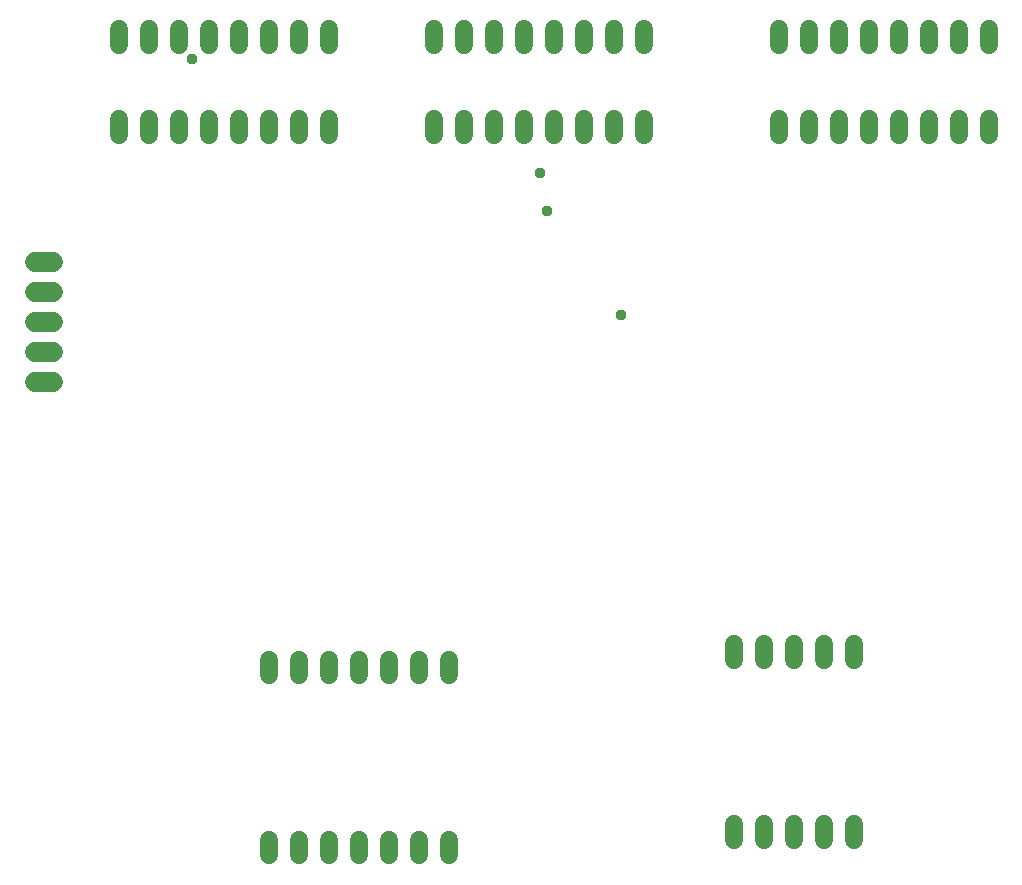
<source format=gbr>
G04 EAGLE Gerber RS-274X export*
G75*
%MOMM*%
%FSLAX34Y34*%
%LPD*%
%INSoldermask Bottom*%
%IPPOS*%
%AMOC8*
5,1,8,0,0,1.08239X$1,22.5*%
G01*
%ADD10C,1.524000*%
%ADD11C,1.727200*%
%ADD12C,1.511200*%
%ADD13C,0.959600*%


D10*
X635000Y56896D02*
X635000Y70104D01*
X660400Y70104D02*
X660400Y56896D01*
X685800Y56896D02*
X685800Y70104D01*
X711200Y70104D02*
X711200Y56896D01*
X736600Y56896D02*
X736600Y70104D01*
X736600Y209296D02*
X736600Y222504D01*
X711200Y222504D02*
X711200Y209296D01*
X685800Y209296D02*
X685800Y222504D01*
X660400Y222504D02*
X660400Y209296D01*
X635000Y209296D02*
X635000Y222504D01*
X381000Y653796D02*
X381000Y667004D01*
X406400Y667004D02*
X406400Y653796D01*
X533400Y653796D02*
X533400Y667004D01*
X558800Y667004D02*
X558800Y653796D01*
X431800Y653796D02*
X431800Y667004D01*
X457200Y667004D02*
X457200Y653796D01*
X508000Y653796D02*
X508000Y667004D01*
X482600Y667004D02*
X482600Y653796D01*
X558800Y729996D02*
X558800Y743204D01*
X533400Y743204D02*
X533400Y729996D01*
X508000Y729996D02*
X508000Y743204D01*
X482600Y743204D02*
X482600Y729996D01*
X457200Y729996D02*
X457200Y743204D01*
X431800Y743204D02*
X431800Y729996D01*
X406400Y729996D02*
X406400Y743204D01*
X381000Y743204D02*
X381000Y729996D01*
X114300Y667004D02*
X114300Y653796D01*
X139700Y653796D02*
X139700Y667004D01*
X266700Y667004D02*
X266700Y653796D01*
X292100Y653796D02*
X292100Y667004D01*
X165100Y667004D02*
X165100Y653796D01*
X190500Y653796D02*
X190500Y667004D01*
X241300Y667004D02*
X241300Y653796D01*
X215900Y653796D02*
X215900Y667004D01*
X292100Y729996D02*
X292100Y743204D01*
X266700Y743204D02*
X266700Y729996D01*
X241300Y729996D02*
X241300Y743204D01*
X215900Y743204D02*
X215900Y729996D01*
X190500Y729996D02*
X190500Y743204D01*
X165100Y743204D02*
X165100Y729996D01*
X139700Y729996D02*
X139700Y743204D01*
X114300Y743204D02*
X114300Y729996D01*
X673100Y667004D02*
X673100Y653796D01*
X698500Y653796D02*
X698500Y667004D01*
X825500Y667004D02*
X825500Y653796D01*
X850900Y653796D02*
X850900Y667004D01*
X723900Y667004D02*
X723900Y653796D01*
X749300Y653796D02*
X749300Y667004D01*
X800100Y667004D02*
X800100Y653796D01*
X774700Y653796D02*
X774700Y667004D01*
X850900Y729996D02*
X850900Y743204D01*
X825500Y743204D02*
X825500Y729996D01*
X800100Y729996D02*
X800100Y743204D01*
X774700Y743204D02*
X774700Y729996D01*
X749300Y729996D02*
X749300Y743204D01*
X723900Y743204D02*
X723900Y729996D01*
X698500Y729996D02*
X698500Y743204D01*
X673100Y743204D02*
X673100Y729996D01*
D11*
X58420Y444500D02*
X43180Y444500D01*
X43180Y469900D02*
X58420Y469900D01*
X58420Y495300D02*
X43180Y495300D01*
X43180Y520700D02*
X58420Y520700D01*
X58420Y546100D02*
X43180Y546100D01*
D12*
X241300Y57340D02*
X241300Y44260D01*
X266700Y44260D02*
X266700Y57340D01*
X292100Y57340D02*
X292100Y44260D01*
X317500Y44260D02*
X317500Y57340D01*
X342900Y57340D02*
X342900Y44260D01*
X368300Y44260D02*
X368300Y57340D01*
X393700Y57340D02*
X393700Y44260D01*
X393700Y196660D02*
X393700Y209740D01*
X368300Y209740D02*
X368300Y196660D01*
X342900Y196660D02*
X342900Y209740D01*
X317500Y209740D02*
X317500Y196660D01*
X292100Y196660D02*
X292100Y209740D01*
X266700Y209740D02*
X266700Y196660D01*
X241300Y196660D02*
X241300Y209740D01*
D13*
X477012Y589788D03*
X470916Y621792D03*
X539496Y501396D03*
X176784Y717804D03*
M02*

</source>
